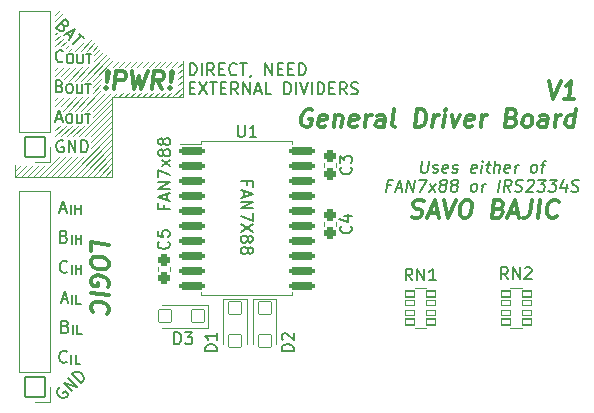
<source format=gto>
G04 #@! TF.GenerationSoftware,KiCad,Pcbnew,6.0.1-79c1e3a40b~116~ubuntu21.04.1*
G04 #@! TF.CreationDate,2022-02-15T19:11:40-05:00*
G04 #@! TF.ProjectId,ESC_driver,4553435f-6472-4697-9665-722e6b696361,rev?*
G04 #@! TF.SameCoordinates,Original*
G04 #@! TF.FileFunction,Legend,Top*
G04 #@! TF.FilePolarity,Positive*
%FSLAX46Y46*%
G04 Gerber Fmt 4.6, Leading zero omitted, Abs format (unit mm)*
G04 Created by KiCad (PCBNEW 6.0.1-79c1e3a40b~116~ubuntu21.04.1) date 2022-02-15 19:11:40*
%MOMM*%
%LPD*%
G01*
G04 APERTURE LIST*
G04 Aperture macros list*
%AMRoundRect*
0 Rectangle with rounded corners*
0 $1 Rounding radius*
0 $2 $3 $4 $5 $6 $7 $8 $9 X,Y pos of 4 corners*
0 Add a 4 corners polygon primitive as box body*
4,1,4,$2,$3,$4,$5,$6,$7,$8,$9,$2,$3,0*
0 Add four circle primitives for the rounded corners*
1,1,$1+$1,$2,$3*
1,1,$1+$1,$4,$5*
1,1,$1+$1,$6,$7*
1,1,$1+$1,$8,$9*
0 Add four rect primitives between the rounded corners*
20,1,$1+$1,$2,$3,$4,$5,0*
20,1,$1+$1,$4,$5,$6,$7,0*
20,1,$1+$1,$6,$7,$8,$9,0*
20,1,$1+$1,$8,$9,$2,$3,0*%
G04 Aperture macros list end*
%ADD10C,0.120000*%
%ADD11C,0.150000*%
%ADD12C,0.300000*%
%ADD13RoundRect,0.268750X-0.256250X0.218750X-0.256250X-0.218750X0.256250X-0.218750X0.256250X0.218750X0*%
%ADD14RoundRect,0.268750X0.256250X-0.218750X0.256250X0.218750X-0.256250X0.218750X-0.256250X-0.218750X0*%
%ADD15RoundRect,0.050000X-0.550000X0.550000X-0.550000X-0.550000X0.550000X-0.550000X0.550000X0.550000X0*%
%ADD16RoundRect,0.050000X0.550000X0.550000X-0.550000X0.550000X-0.550000X-0.550000X0.550000X-0.550000X0*%
%ADD17RoundRect,0.050000X-0.400000X-0.250000X0.400000X-0.250000X0.400000X0.250000X-0.400000X0.250000X0*%
%ADD18RoundRect,0.050000X-0.400000X-0.200000X0.400000X-0.200000X0.400000X0.200000X-0.400000X0.200000X0*%
%ADD19RoundRect,0.050000X0.400000X0.250000X-0.400000X0.250000X-0.400000X-0.250000X0.400000X-0.250000X0*%
%ADD20RoundRect,0.050000X0.400000X0.200000X-0.400000X0.200000X-0.400000X-0.200000X0.400000X-0.200000X0*%
%ADD21RoundRect,0.200000X-0.875000X-0.150000X0.875000X-0.150000X0.875000X0.150000X-0.875000X0.150000X0*%
%ADD22RoundRect,0.050000X0.850000X0.850000X-0.850000X0.850000X-0.850000X-0.850000X0.850000X-0.850000X0*%
%ADD23O,1.800000X1.800000*%
G04 APERTURE END LIST*
D10*
X98933000Y-135255000D02*
X99695000Y-134493000D01*
X101981000Y-138303000D02*
X103759000Y-136525000D01*
X99187000Y-134493000D02*
X98933000Y-134747000D01*
X101600000Y-135636000D02*
X103124000Y-134112000D01*
X96520000Y-141224000D02*
X97536000Y-140208000D01*
X102108000Y-133096000D02*
X103759000Y-131445000D01*
X105815000Y-131953000D02*
X106323000Y-131445000D01*
X100584000Y-130556000D02*
X101346000Y-129794000D01*
X100838000Y-136906000D02*
X99949000Y-137795000D01*
X109347000Y-133477000D02*
X109728000Y-133096000D01*
X104807000Y-131953000D02*
X105315000Y-131445000D01*
X102235000Y-131445000D02*
X102997000Y-130683000D01*
X95504000Y-140208000D02*
X95504000Y-140716000D01*
X107831000Y-131953000D02*
X108339000Y-131445000D01*
X102108000Y-136144000D02*
X104140000Y-134112000D01*
X103759000Y-137033000D02*
X101981000Y-138811000D01*
X104303000Y-131953000D02*
X104811000Y-131445000D01*
X103124000Y-141224000D02*
X103759000Y-140589000D01*
X100330000Y-136906000D02*
X99441000Y-137795000D01*
X102108000Y-130556000D02*
X102489000Y-130175000D01*
X100076000Y-130556000D02*
X100330000Y-130302000D01*
X102235000Y-129921000D02*
X101600000Y-130556000D01*
X103759000Y-140081000D02*
X102616000Y-141224000D01*
X105283000Y-134493000D02*
X105664000Y-134112000D01*
X101346000Y-139446000D02*
X99568000Y-141224000D01*
X100076000Y-141224000D02*
X103759000Y-137541000D01*
X104775000Y-134493000D02*
X105156000Y-134112000D01*
X99822000Y-130302000D02*
X100076000Y-130048000D01*
X105311000Y-131953000D02*
X105819000Y-131445000D01*
X99314000Y-136906000D02*
X98933000Y-137287000D01*
X108839000Y-134493000D02*
X109728000Y-133604000D01*
X109347000Y-132461000D02*
X109728000Y-132080000D01*
X101981000Y-137795000D02*
X103759000Y-136017000D01*
X101219000Y-131953000D02*
X100076000Y-133096000D01*
X106807000Y-134493000D02*
X107188000Y-134112000D01*
X109347000Y-131953000D02*
X109728000Y-131572000D01*
X106299000Y-134493000D02*
X106680000Y-134112000D01*
X107823000Y-134493000D02*
X108204000Y-134112000D01*
X99695000Y-132969000D02*
X100711000Y-131953000D01*
X103759000Y-139573000D02*
X102108000Y-141224000D01*
X102108000Y-133604000D02*
X102870000Y-132842000D01*
X99187000Y-131953000D02*
X98933000Y-132207000D01*
X99822000Y-139446000D02*
X98044000Y-141224000D01*
X99568000Y-135636000D02*
X100711000Y-134493000D01*
X100457000Y-137795000D02*
X101346000Y-136906000D01*
X103759000Y-134493000D02*
X109728000Y-134493000D01*
X100330000Y-139446000D02*
X98552000Y-141224000D01*
X100965000Y-137795000D02*
X103759000Y-135001000D01*
X102743000Y-130429000D02*
X102235000Y-130937000D01*
X103251000Y-130937000D02*
X101092000Y-133096000D01*
X109728000Y-134493000D02*
X109728000Y-131445000D01*
X99441000Y-130175000D02*
X99822000Y-129794000D01*
X103759000Y-139065000D02*
X101600000Y-141224000D01*
X108331000Y-134493000D02*
X108712000Y-134112000D01*
X109347000Y-132969000D02*
X109728000Y-132588000D01*
X103799000Y-131953000D02*
X104307000Y-131445000D01*
X98044000Y-140208000D02*
X97028000Y-141224000D01*
X99314000Y-139446000D02*
X97536000Y-141224000D01*
X100203000Y-134493000D02*
X99441000Y-135255000D01*
X101219000Y-134493000D02*
X100076000Y-135636000D01*
X103759000Y-138049000D02*
X100584000Y-141224000D01*
X98933000Y-132715000D02*
X99695000Y-131953000D01*
X96012000Y-140208000D02*
X95504000Y-140716000D01*
X98933000Y-127508000D02*
X99314000Y-127127000D01*
X101600000Y-133096000D02*
X103505000Y-131191000D01*
X108335000Y-131953000D02*
X108843000Y-131445000D01*
X105791000Y-134493000D02*
X106172000Y-134112000D01*
X103759000Y-140589000D02*
X103759000Y-140081000D01*
X95504000Y-140716000D02*
X95504000Y-141224000D01*
X100584000Y-135636000D02*
X101727000Y-134493000D01*
X100838000Y-139446000D02*
X99060000Y-141224000D01*
X101092000Y-135636000D02*
X102743000Y-133985000D01*
X98933000Y-130175000D02*
X99568000Y-129540000D01*
X102108000Y-135636000D02*
X103632000Y-134112000D01*
X109347000Y-134493000D02*
X109728000Y-134112000D01*
X106319000Y-131953000D02*
X106827000Y-131445000D01*
X103759000Y-141224000D02*
X103759000Y-134493000D01*
X102616000Y-141224000D02*
X102235000Y-141224000D01*
X100203000Y-131953000D02*
X99441000Y-132715000D01*
X95504000Y-141224000D02*
X103759000Y-141224000D01*
X98933000Y-129159000D02*
X99060000Y-129032000D01*
X99822000Y-136906000D02*
X98933000Y-137795000D01*
X98933000Y-129667000D02*
X99314000Y-129286000D01*
X101092000Y-130556000D02*
X101981000Y-129667000D01*
X104267000Y-134493000D02*
X104648000Y-134112000D01*
X106823000Y-131953000D02*
X107331000Y-131445000D01*
X107315000Y-134493000D02*
X107696000Y-134112000D01*
X100584000Y-133096000D02*
X101727000Y-131953000D01*
X96520000Y-140208000D02*
X95504000Y-141224000D01*
X108839000Y-131953000D02*
X109347000Y-131445000D01*
X97028000Y-140208000D02*
X96012000Y-141224000D01*
X98933000Y-128016000D02*
X99568000Y-127381000D01*
X101092000Y-141224000D02*
X103759000Y-138557000D01*
X101473000Y-137795000D02*
X103759000Y-135509000D01*
X102108000Y-134112000D02*
X102743000Y-133477000D01*
X107327000Y-131953000D02*
X107835000Y-131445000D01*
D11*
X99278571Y-133532571D02*
X99421428Y-133580190D01*
X99469047Y-133627809D01*
X99516666Y-133723047D01*
X99516666Y-133865904D01*
X99469047Y-133961142D01*
X99421428Y-134008761D01*
X99326190Y-134056380D01*
X98945238Y-134056380D01*
X98945238Y-133056380D01*
X99278571Y-133056380D01*
X99373809Y-133104000D01*
X99421428Y-133151619D01*
X99469047Y-133246857D01*
X99469047Y-133342095D01*
X99421428Y-133437333D01*
X99373809Y-133484952D01*
X99278571Y-133532571D01*
X98945238Y-133532571D01*
X100050000Y-133365904D02*
X100202380Y-133365904D01*
X100278571Y-133404000D01*
X100354761Y-133480190D01*
X100392857Y-133632571D01*
X100392857Y-133899238D01*
X100354761Y-134051619D01*
X100278571Y-134127809D01*
X100202380Y-134165904D01*
X100050000Y-134165904D01*
X99973809Y-134127809D01*
X99897619Y-134051619D01*
X99859523Y-133899238D01*
X99859523Y-133632571D01*
X99897619Y-133480190D01*
X99973809Y-133404000D01*
X100050000Y-133365904D01*
X100735714Y-133365904D02*
X100735714Y-134013523D01*
X100773809Y-134089714D01*
X100811904Y-134127809D01*
X100888095Y-134165904D01*
X101040476Y-134165904D01*
X101116666Y-134127809D01*
X101154761Y-134089714D01*
X101192857Y-134013523D01*
X101192857Y-133365904D01*
X101459523Y-133365904D02*
X101916666Y-133365904D01*
X101688095Y-134165904D02*
X101688095Y-133365904D01*
X99891238Y-156866142D02*
X99843619Y-156913761D01*
X99700761Y-156961380D01*
X99605523Y-156961380D01*
X99462666Y-156913761D01*
X99367428Y-156818523D01*
X99319809Y-156723285D01*
X99272190Y-156532809D01*
X99272190Y-156389952D01*
X99319809Y-156199476D01*
X99367428Y-156104238D01*
X99462666Y-156009000D01*
X99605523Y-155961380D01*
X99700761Y-155961380D01*
X99843619Y-156009000D01*
X99891238Y-156056619D01*
X100272190Y-157070904D02*
X100272190Y-156270904D01*
X101034095Y-157070904D02*
X100653142Y-157070904D01*
X100653142Y-156270904D01*
X99588095Y-138184000D02*
X99492857Y-138136380D01*
X99350000Y-138136380D01*
X99207142Y-138184000D01*
X99111904Y-138279238D01*
X99064285Y-138374476D01*
X99016666Y-138564952D01*
X99016666Y-138707809D01*
X99064285Y-138898285D01*
X99111904Y-138993523D01*
X99207142Y-139088761D01*
X99350000Y-139136380D01*
X99445238Y-139136380D01*
X99588095Y-139088761D01*
X99635714Y-139041142D01*
X99635714Y-138707809D01*
X99445238Y-138707809D01*
X100064285Y-139136380D02*
X100064285Y-138136380D01*
X100635714Y-139136380D01*
X100635714Y-138136380D01*
X101111904Y-139136380D02*
X101111904Y-138136380D01*
X101350000Y-138136380D01*
X101492857Y-138184000D01*
X101588095Y-138279238D01*
X101635714Y-138374476D01*
X101683333Y-138564952D01*
X101683333Y-138707809D01*
X101635714Y-138898285D01*
X101588095Y-138993523D01*
X101492857Y-139088761D01*
X101350000Y-139136380D01*
X101111904Y-139136380D01*
X99029055Y-136310666D02*
X99505246Y-136310666D01*
X98933817Y-136596380D02*
X99267150Y-135596380D01*
X99600484Y-136596380D01*
X100038579Y-135905904D02*
X100190960Y-135905904D01*
X100267150Y-135944000D01*
X100343341Y-136020190D01*
X100381436Y-136172571D01*
X100381436Y-136439238D01*
X100343341Y-136591619D01*
X100267150Y-136667809D01*
X100190960Y-136705904D01*
X100038579Y-136705904D01*
X99962388Y-136667809D01*
X99886198Y-136591619D01*
X99848103Y-136439238D01*
X99848103Y-136172571D01*
X99886198Y-136020190D01*
X99962388Y-135944000D01*
X100038579Y-135905904D01*
X100724293Y-135905904D02*
X100724293Y-136553523D01*
X100762388Y-136629714D01*
X100800484Y-136667809D01*
X100876674Y-136705904D01*
X101029055Y-136705904D01*
X101105246Y-136667809D01*
X101143341Y-136629714D01*
X101181436Y-136553523D01*
X101181436Y-135905904D01*
X101448103Y-135905904D02*
X101905246Y-135905904D01*
X101676674Y-136705904D02*
X101676674Y-135905904D01*
X110317595Y-132616380D02*
X110317595Y-131616380D01*
X110555690Y-131616380D01*
X110698547Y-131664000D01*
X110793785Y-131759238D01*
X110841404Y-131854476D01*
X110889023Y-132044952D01*
X110889023Y-132187809D01*
X110841404Y-132378285D01*
X110793785Y-132473523D01*
X110698547Y-132568761D01*
X110555690Y-132616380D01*
X110317595Y-132616380D01*
X111317595Y-132616380D02*
X111317595Y-131616380D01*
X112365214Y-132616380D02*
X112031880Y-132140190D01*
X111793785Y-132616380D02*
X111793785Y-131616380D01*
X112174738Y-131616380D01*
X112269976Y-131664000D01*
X112317595Y-131711619D01*
X112365214Y-131806857D01*
X112365214Y-131949714D01*
X112317595Y-132044952D01*
X112269976Y-132092571D01*
X112174738Y-132140190D01*
X111793785Y-132140190D01*
X112793785Y-132092571D02*
X113127119Y-132092571D01*
X113269976Y-132616380D02*
X112793785Y-132616380D01*
X112793785Y-131616380D01*
X113269976Y-131616380D01*
X114269976Y-132521142D02*
X114222357Y-132568761D01*
X114079500Y-132616380D01*
X113984261Y-132616380D01*
X113841404Y-132568761D01*
X113746166Y-132473523D01*
X113698547Y-132378285D01*
X113650928Y-132187809D01*
X113650928Y-132044952D01*
X113698547Y-131854476D01*
X113746166Y-131759238D01*
X113841404Y-131664000D01*
X113984261Y-131616380D01*
X114079500Y-131616380D01*
X114222357Y-131664000D01*
X114269976Y-131711619D01*
X114555690Y-131616380D02*
X115127119Y-131616380D01*
X114841404Y-132616380D02*
X114841404Y-131616380D01*
X115508071Y-132568761D02*
X115508071Y-132616380D01*
X115460452Y-132711619D01*
X115412833Y-132759238D01*
X116698547Y-132616380D02*
X116698547Y-131616380D01*
X117269976Y-132616380D01*
X117269976Y-131616380D01*
X117746166Y-132092571D02*
X118079500Y-132092571D01*
X118222357Y-132616380D02*
X117746166Y-132616380D01*
X117746166Y-131616380D01*
X118222357Y-131616380D01*
X118650928Y-132092571D02*
X118984261Y-132092571D01*
X119127119Y-132616380D02*
X118650928Y-132616380D01*
X118650928Y-131616380D01*
X119127119Y-131616380D01*
X119555690Y-132616380D02*
X119555690Y-131616380D01*
X119793785Y-131616380D01*
X119936642Y-131664000D01*
X120031880Y-131759238D01*
X120079500Y-131854476D01*
X120127119Y-132044952D01*
X120127119Y-132187809D01*
X120079500Y-132378285D01*
X120031880Y-132473523D01*
X119936642Y-132568761D01*
X119793785Y-132616380D01*
X119555690Y-132616380D01*
X110317595Y-133702571D02*
X110650928Y-133702571D01*
X110793785Y-134226380D02*
X110317595Y-134226380D01*
X110317595Y-133226380D01*
X110793785Y-133226380D01*
X111127119Y-133226380D02*
X111793785Y-134226380D01*
X111793785Y-133226380D02*
X111127119Y-134226380D01*
X112031880Y-133226380D02*
X112603309Y-133226380D01*
X112317595Y-134226380D02*
X112317595Y-133226380D01*
X112936642Y-133702571D02*
X113269976Y-133702571D01*
X113412833Y-134226380D02*
X112936642Y-134226380D01*
X112936642Y-133226380D01*
X113412833Y-133226380D01*
X114412833Y-134226380D02*
X114079500Y-133750190D01*
X113841404Y-134226380D02*
X113841404Y-133226380D01*
X114222357Y-133226380D01*
X114317595Y-133274000D01*
X114365214Y-133321619D01*
X114412833Y-133416857D01*
X114412833Y-133559714D01*
X114365214Y-133654952D01*
X114317595Y-133702571D01*
X114222357Y-133750190D01*
X113841404Y-133750190D01*
X114841404Y-134226380D02*
X114841404Y-133226380D01*
X115412833Y-134226380D01*
X115412833Y-133226380D01*
X115841404Y-133940666D02*
X116317595Y-133940666D01*
X115746166Y-134226380D02*
X116079500Y-133226380D01*
X116412833Y-134226380D01*
X117222357Y-134226380D02*
X116746166Y-134226380D01*
X116746166Y-133226380D01*
X118317595Y-134226380D02*
X118317595Y-133226380D01*
X118555690Y-133226380D01*
X118698547Y-133274000D01*
X118793785Y-133369238D01*
X118841404Y-133464476D01*
X118889023Y-133654952D01*
X118889023Y-133797809D01*
X118841404Y-133988285D01*
X118793785Y-134083523D01*
X118698547Y-134178761D01*
X118555690Y-134226380D01*
X118317595Y-134226380D01*
X119317595Y-134226380D02*
X119317595Y-133226380D01*
X119650928Y-133226380D02*
X119984261Y-134226380D01*
X120317595Y-133226380D01*
X120650928Y-134226380D02*
X120650928Y-133226380D01*
X121127119Y-134226380D02*
X121127119Y-133226380D01*
X121365214Y-133226380D01*
X121508071Y-133274000D01*
X121603309Y-133369238D01*
X121650928Y-133464476D01*
X121698547Y-133654952D01*
X121698547Y-133797809D01*
X121650928Y-133988285D01*
X121603309Y-134083523D01*
X121508071Y-134178761D01*
X121365214Y-134226380D01*
X121127119Y-134226380D01*
X122127119Y-133702571D02*
X122460452Y-133702571D01*
X122603309Y-134226380D02*
X122127119Y-134226380D01*
X122127119Y-133226380D01*
X122603309Y-133226380D01*
X123603309Y-134226380D02*
X123269976Y-133750190D01*
X123031880Y-134226380D02*
X123031880Y-133226380D01*
X123412833Y-133226380D01*
X123508071Y-133274000D01*
X123555690Y-133321619D01*
X123603309Y-133416857D01*
X123603309Y-133559714D01*
X123555690Y-133654952D01*
X123508071Y-133702571D01*
X123412833Y-133750190D01*
X123031880Y-133750190D01*
X123984261Y-134178761D02*
X124127119Y-134226380D01*
X124365214Y-134226380D01*
X124460452Y-134178761D01*
X124508071Y-134131142D01*
X124555690Y-134035904D01*
X124555690Y-133940666D01*
X124508071Y-133845428D01*
X124460452Y-133797809D01*
X124365214Y-133750190D01*
X124174738Y-133702571D01*
X124079500Y-133654952D01*
X124031880Y-133607333D01*
X123984261Y-133512095D01*
X123984261Y-133416857D01*
X124031880Y-133321619D01*
X124079500Y-133274000D01*
X124174738Y-133226380D01*
X124412833Y-133226380D01*
X124555690Y-133274000D01*
X99780142Y-153897571D02*
X99923000Y-153945190D01*
X99970619Y-153992809D01*
X100018238Y-154088047D01*
X100018238Y-154230904D01*
X99970619Y-154326142D01*
X99923000Y-154373761D01*
X99827761Y-154421380D01*
X99446809Y-154421380D01*
X99446809Y-153421380D01*
X99780142Y-153421380D01*
X99875380Y-153469000D01*
X99923000Y-153516619D01*
X99970619Y-153611857D01*
X99970619Y-153707095D01*
X99923000Y-153802333D01*
X99875380Y-153849952D01*
X99780142Y-153897571D01*
X99446809Y-153897571D01*
X100399190Y-154530904D02*
X100399190Y-153730904D01*
X101161095Y-154530904D02*
X100780142Y-154530904D01*
X100780142Y-153730904D01*
D12*
X140765125Y-133099071D02*
X141077625Y-134599071D01*
X141765125Y-133099071D01*
X142863339Y-134599071D02*
X142006196Y-134599071D01*
X142434767Y-134599071D02*
X142622267Y-133099071D01*
X142452625Y-133313357D01*
X142291910Y-133456214D01*
X142140125Y-133527642D01*
X120684767Y-135585500D02*
X120550839Y-135514071D01*
X120336553Y-135514071D01*
X120113339Y-135585500D01*
X119952625Y-135728357D01*
X119863339Y-135871214D01*
X119756196Y-136156928D01*
X119729410Y-136371214D01*
X119765125Y-136656928D01*
X119818696Y-136799785D01*
X119943696Y-136942642D01*
X120149053Y-137014071D01*
X120291910Y-137014071D01*
X120515125Y-136942642D01*
X120595482Y-136871214D01*
X120657982Y-136371214D01*
X120372267Y-136371214D01*
X121800839Y-136942642D02*
X121649053Y-137014071D01*
X121363339Y-137014071D01*
X121229410Y-136942642D01*
X121175839Y-136799785D01*
X121247267Y-136228357D01*
X121336553Y-136085500D01*
X121488339Y-136014071D01*
X121774053Y-136014071D01*
X121907982Y-136085500D01*
X121961553Y-136228357D01*
X121943696Y-136371214D01*
X121211553Y-136514071D01*
X122631196Y-136014071D02*
X122506196Y-137014071D01*
X122613339Y-136156928D02*
X122693696Y-136085500D01*
X122845482Y-136014071D01*
X123059767Y-136014071D01*
X123193696Y-136085500D01*
X123247267Y-136228357D01*
X123149053Y-137014071D01*
X124443696Y-136942642D02*
X124291910Y-137014071D01*
X124006196Y-137014071D01*
X123872267Y-136942642D01*
X123818696Y-136799785D01*
X123890125Y-136228357D01*
X123979410Y-136085500D01*
X124131196Y-136014071D01*
X124416910Y-136014071D01*
X124550839Y-136085500D01*
X124604410Y-136228357D01*
X124586553Y-136371214D01*
X123854410Y-136514071D01*
X125149053Y-137014071D02*
X125274053Y-136014071D01*
X125238339Y-136299785D02*
X125327625Y-136156928D01*
X125407982Y-136085500D01*
X125559767Y-136014071D01*
X125702625Y-136014071D01*
X126720482Y-137014071D02*
X126818696Y-136228357D01*
X126765125Y-136085500D01*
X126631196Y-136014071D01*
X126345482Y-136014071D01*
X126193696Y-136085500D01*
X126729410Y-136942642D02*
X126577625Y-137014071D01*
X126220482Y-137014071D01*
X126086553Y-136942642D01*
X126032982Y-136799785D01*
X126050839Y-136656928D01*
X126140125Y-136514071D01*
X126291910Y-136442642D01*
X126649053Y-136442642D01*
X126800839Y-136371214D01*
X127649053Y-137014071D02*
X127515125Y-136942642D01*
X127461553Y-136799785D01*
X127622267Y-135514071D01*
X129363339Y-137014071D02*
X129550839Y-135514071D01*
X129907982Y-135514071D01*
X130113339Y-135585500D01*
X130238339Y-135728357D01*
X130291910Y-135871214D01*
X130327625Y-136156928D01*
X130300839Y-136371214D01*
X130193696Y-136656928D01*
X130104410Y-136799785D01*
X129943696Y-136942642D01*
X129720482Y-137014071D01*
X129363339Y-137014071D01*
X130863339Y-137014071D02*
X130988339Y-136014071D01*
X130952625Y-136299785D02*
X131041910Y-136156928D01*
X131122267Y-136085500D01*
X131274053Y-136014071D01*
X131416910Y-136014071D01*
X131791910Y-137014071D02*
X131916910Y-136014071D01*
X131979410Y-135514071D02*
X131899053Y-135585500D01*
X131961553Y-135656928D01*
X132041910Y-135585500D01*
X131979410Y-135514071D01*
X131961553Y-135656928D01*
X132488339Y-136014071D02*
X132720482Y-137014071D01*
X133202625Y-136014071D01*
X134229410Y-136942642D02*
X134077625Y-137014071D01*
X133791910Y-137014071D01*
X133657982Y-136942642D01*
X133604410Y-136799785D01*
X133675839Y-136228357D01*
X133765125Y-136085500D01*
X133916910Y-136014071D01*
X134202625Y-136014071D01*
X134336553Y-136085500D01*
X134390125Y-136228357D01*
X134372267Y-136371214D01*
X133640125Y-136514071D01*
X134934767Y-137014071D02*
X135059767Y-136014071D01*
X135024053Y-136299785D02*
X135113339Y-136156928D01*
X135193696Y-136085500D01*
X135345482Y-136014071D01*
X135488339Y-136014071D01*
X137604410Y-136228357D02*
X137809767Y-136299785D01*
X137872267Y-136371214D01*
X137925839Y-136514071D01*
X137899053Y-136728357D01*
X137809767Y-136871214D01*
X137729410Y-136942642D01*
X137577625Y-137014071D01*
X137006196Y-137014071D01*
X137193696Y-135514071D01*
X137693696Y-135514071D01*
X137827625Y-135585500D01*
X137890125Y-135656928D01*
X137943696Y-135799785D01*
X137925839Y-135942642D01*
X137836553Y-136085500D01*
X137756196Y-136156928D01*
X137604410Y-136228357D01*
X137104410Y-136228357D01*
X138720482Y-137014071D02*
X138586553Y-136942642D01*
X138524053Y-136871214D01*
X138470482Y-136728357D01*
X138524053Y-136299785D01*
X138613339Y-136156928D01*
X138693696Y-136085500D01*
X138845482Y-136014071D01*
X139059767Y-136014071D01*
X139193696Y-136085500D01*
X139256196Y-136156928D01*
X139309767Y-136299785D01*
X139256196Y-136728357D01*
X139166910Y-136871214D01*
X139086553Y-136942642D01*
X138934767Y-137014071D01*
X138720482Y-137014071D01*
X140506196Y-137014071D02*
X140604410Y-136228357D01*
X140550839Y-136085500D01*
X140416910Y-136014071D01*
X140131196Y-136014071D01*
X139979410Y-136085500D01*
X140515125Y-136942642D02*
X140363339Y-137014071D01*
X140006196Y-137014071D01*
X139872267Y-136942642D01*
X139818696Y-136799785D01*
X139836553Y-136656928D01*
X139925839Y-136514071D01*
X140077625Y-136442642D01*
X140434767Y-136442642D01*
X140586553Y-136371214D01*
X141220482Y-137014071D02*
X141345482Y-136014071D01*
X141309767Y-136299785D02*
X141399053Y-136156928D01*
X141479410Y-136085500D01*
X141631196Y-136014071D01*
X141774053Y-136014071D01*
X142791910Y-137014071D02*
X142979410Y-135514071D01*
X142800839Y-136942642D02*
X142649053Y-137014071D01*
X142363339Y-137014071D01*
X142229410Y-136942642D01*
X142166910Y-136871214D01*
X142113339Y-136728357D01*
X142166910Y-136299785D01*
X142256196Y-136156928D01*
X142336553Y-136085500D01*
X142488339Y-136014071D01*
X142774053Y-136014071D01*
X142907982Y-136085500D01*
D11*
X99470619Y-151595666D02*
X99946809Y-151595666D01*
X99375380Y-151881380D02*
X99708714Y-150881380D01*
X100042047Y-151881380D01*
X100327761Y-151990904D02*
X100327761Y-151190904D01*
X101089666Y-151990904D02*
X100708714Y-151990904D01*
X100708714Y-151190904D01*
X115153428Y-141938714D02*
X115153428Y-141605380D01*
X114629619Y-141605380D02*
X115629619Y-141605380D01*
X115629619Y-142081571D01*
X114915333Y-142414904D02*
X114915333Y-142891095D01*
X114629619Y-142319666D02*
X115629619Y-142653000D01*
X114629619Y-142986333D01*
X114629619Y-143319666D02*
X115629619Y-143319666D01*
X114629619Y-143891095D01*
X115629619Y-143891095D01*
X115629619Y-144272047D02*
X115629619Y-144938714D01*
X114629619Y-144510142D01*
X115629619Y-145224428D02*
X114629619Y-145891095D01*
X115629619Y-145891095D02*
X114629619Y-145224428D01*
X115201047Y-146414904D02*
X115248666Y-146319666D01*
X115296285Y-146272047D01*
X115391523Y-146224428D01*
X115439142Y-146224428D01*
X115534380Y-146272047D01*
X115582000Y-146319666D01*
X115629619Y-146414904D01*
X115629619Y-146605380D01*
X115582000Y-146700619D01*
X115534380Y-146748238D01*
X115439142Y-146795857D01*
X115391523Y-146795857D01*
X115296285Y-146748238D01*
X115248666Y-146700619D01*
X115201047Y-146605380D01*
X115201047Y-146414904D01*
X115153428Y-146319666D01*
X115105809Y-146272047D01*
X115010571Y-146224428D01*
X114820095Y-146224428D01*
X114724857Y-146272047D01*
X114677238Y-146319666D01*
X114629619Y-146414904D01*
X114629619Y-146605380D01*
X114677238Y-146700619D01*
X114724857Y-146748238D01*
X114820095Y-146795857D01*
X115010571Y-146795857D01*
X115105809Y-146748238D01*
X115153428Y-146700619D01*
X115201047Y-146605380D01*
X115201047Y-147367285D02*
X115248666Y-147272047D01*
X115296285Y-147224428D01*
X115391523Y-147176809D01*
X115439142Y-147176809D01*
X115534380Y-147224428D01*
X115582000Y-147272047D01*
X115629619Y-147367285D01*
X115629619Y-147557761D01*
X115582000Y-147653000D01*
X115534380Y-147700619D01*
X115439142Y-147748238D01*
X115391523Y-147748238D01*
X115296285Y-147700619D01*
X115248666Y-147653000D01*
X115201047Y-147557761D01*
X115201047Y-147367285D01*
X115153428Y-147272047D01*
X115105809Y-147224428D01*
X115010571Y-147176809D01*
X114820095Y-147176809D01*
X114724857Y-147224428D01*
X114677238Y-147272047D01*
X114629619Y-147367285D01*
X114629619Y-147557761D01*
X114677238Y-147653000D01*
X114724857Y-147700619D01*
X114820095Y-147748238D01*
X115010571Y-147748238D01*
X115105809Y-147700619D01*
X115153428Y-147653000D01*
X115201047Y-147557761D01*
X99624595Y-128459580D02*
X99691938Y-128594267D01*
X99691938Y-128661610D01*
X99658267Y-128762625D01*
X99557251Y-128863641D01*
X99456236Y-128897312D01*
X99388893Y-128897312D01*
X99287877Y-128863641D01*
X99018503Y-128594267D01*
X99725610Y-127887160D01*
X99961312Y-128122862D01*
X99994984Y-128223877D01*
X99994984Y-128291221D01*
X99961312Y-128392236D01*
X99893969Y-128459580D01*
X99792954Y-128493251D01*
X99725610Y-128493251D01*
X99624595Y-128459580D01*
X99388893Y-128223877D01*
X99893969Y-129065671D02*
X100230687Y-129402389D01*
X99624595Y-129200358D02*
X100567404Y-128728954D01*
X100096000Y-129671763D01*
X100937793Y-129099343D02*
X101341854Y-129503404D01*
X100432717Y-130008480D02*
X101139824Y-129301374D01*
X99330698Y-159062194D02*
X99229683Y-159095866D01*
X99128668Y-159196881D01*
X99061324Y-159331568D01*
X99061324Y-159466255D01*
X99094996Y-159567270D01*
X99196011Y-159735629D01*
X99297026Y-159836644D01*
X99465385Y-159937660D01*
X99566400Y-159971331D01*
X99701087Y-159971331D01*
X99835774Y-159903988D01*
X99903118Y-159836644D01*
X99970461Y-159701957D01*
X99970461Y-159634614D01*
X99734759Y-159398912D01*
X99600072Y-159533599D01*
X100340851Y-159398912D02*
X99633744Y-158691805D01*
X100744912Y-158994851D01*
X100037805Y-158287744D01*
X101081629Y-158658133D02*
X100374522Y-157951026D01*
X100542881Y-157782668D01*
X100677568Y-157715324D01*
X100812255Y-157715324D01*
X100913270Y-157748996D01*
X101081629Y-157850011D01*
X101182644Y-157951026D01*
X101283660Y-158119385D01*
X101317331Y-158220400D01*
X101317331Y-158355087D01*
X101249988Y-158489774D01*
X101081629Y-158658133D01*
D12*
X101937428Y-147499482D02*
X101937428Y-146785196D01*
X103437428Y-146972696D01*
X103437428Y-148472696D02*
X103437428Y-148758410D01*
X103366000Y-148892339D01*
X103223142Y-149017339D01*
X102937428Y-149053053D01*
X102437428Y-148990553D01*
X102151714Y-148883410D01*
X102008857Y-148722696D01*
X101937428Y-148570910D01*
X101937428Y-148285196D01*
X102008857Y-148151267D01*
X102151714Y-148026267D01*
X102437428Y-147990553D01*
X102937428Y-148053053D01*
X103223142Y-148160196D01*
X103366000Y-148320910D01*
X103437428Y-148472696D01*
X103366000Y-150535196D02*
X103437428Y-150401267D01*
X103437428Y-150186982D01*
X103366000Y-149963767D01*
X103223142Y-149803053D01*
X103080285Y-149713767D01*
X102794571Y-149606625D01*
X102580285Y-149579839D01*
X102294571Y-149615553D01*
X102151714Y-149669125D01*
X102008857Y-149794125D01*
X101937428Y-149999482D01*
X101937428Y-150142339D01*
X102008857Y-150365553D01*
X102080285Y-150445910D01*
X102580285Y-150508410D01*
X102580285Y-150222696D01*
X101937428Y-151070910D02*
X103437428Y-151258410D01*
X102080285Y-152660196D02*
X102008857Y-152579839D01*
X101937428Y-152356625D01*
X101937428Y-152213767D01*
X102008857Y-152008410D01*
X102151714Y-151883410D01*
X102294571Y-151829839D01*
X102580285Y-151794125D01*
X102794571Y-151820910D01*
X103080285Y-151928053D01*
X103223142Y-152017339D01*
X103366000Y-152178053D01*
X103437428Y-152401267D01*
X103437428Y-152544125D01*
X103366000Y-152749482D01*
X103294571Y-152811982D01*
D11*
X99375380Y-143975666D02*
X99851571Y-143975666D01*
X99280142Y-144261380D02*
X99613476Y-143261380D01*
X99946809Y-144261380D01*
X100232523Y-144370904D02*
X100232523Y-143570904D01*
X100613476Y-144370904D02*
X100613476Y-143570904D01*
X100613476Y-143951857D02*
X101070619Y-143951857D01*
X101070619Y-144370904D02*
X101070619Y-143570904D01*
X99923000Y-149246142D02*
X99875380Y-149293761D01*
X99732523Y-149341380D01*
X99637285Y-149341380D01*
X99494428Y-149293761D01*
X99399190Y-149198523D01*
X99351571Y-149103285D01*
X99303952Y-148912809D01*
X99303952Y-148769952D01*
X99351571Y-148579476D01*
X99399190Y-148484238D01*
X99494428Y-148389000D01*
X99637285Y-148341380D01*
X99732523Y-148341380D01*
X99875380Y-148389000D01*
X99923000Y-148436619D01*
X100303952Y-149450904D02*
X100303952Y-148650904D01*
X100684904Y-149450904D02*
X100684904Y-148650904D01*
X100684904Y-149031857D02*
X101142047Y-149031857D01*
X101142047Y-149450904D02*
X101142047Y-148650904D01*
X99576674Y-131421142D02*
X99529055Y-131468761D01*
X99386198Y-131516380D01*
X99290960Y-131516380D01*
X99148103Y-131468761D01*
X99052865Y-131373523D01*
X99005246Y-131278285D01*
X98957627Y-131087809D01*
X98957627Y-130944952D01*
X99005246Y-130754476D01*
X99052865Y-130659238D01*
X99148103Y-130564000D01*
X99290960Y-130516380D01*
X99386198Y-130516380D01*
X99529055Y-130564000D01*
X99576674Y-130611619D01*
X100110008Y-130825904D02*
X100262388Y-130825904D01*
X100338579Y-130864000D01*
X100414769Y-130940190D01*
X100452865Y-131092571D01*
X100452865Y-131359238D01*
X100414769Y-131511619D01*
X100338579Y-131587809D01*
X100262388Y-131625904D01*
X100110008Y-131625904D01*
X100033817Y-131587809D01*
X99957627Y-131511619D01*
X99919531Y-131359238D01*
X99919531Y-131092571D01*
X99957627Y-130940190D01*
X100033817Y-130864000D01*
X100110008Y-130825904D01*
X100795722Y-130825904D02*
X100795722Y-131473523D01*
X100833817Y-131549714D01*
X100871912Y-131587809D01*
X100948103Y-131625904D01*
X101100484Y-131625904D01*
X101176674Y-131587809D01*
X101214769Y-131549714D01*
X101252865Y-131473523D01*
X101252865Y-130825904D01*
X101519531Y-130825904D02*
X101976674Y-130825904D01*
X101748103Y-131625904D02*
X101748103Y-130825904D01*
X108132571Y-143612857D02*
X108132571Y-143946190D01*
X108656380Y-143946190D02*
X107656380Y-143946190D01*
X107656380Y-143470000D01*
X108370666Y-143136666D02*
X108370666Y-142660476D01*
X108656380Y-143231904D02*
X107656380Y-142898571D01*
X108656380Y-142565238D01*
X108656380Y-142231904D02*
X107656380Y-142231904D01*
X108656380Y-141660476D01*
X107656380Y-141660476D01*
X107656380Y-141279523D02*
X107656380Y-140612857D01*
X108656380Y-141041428D01*
X108656380Y-140327142D02*
X107989714Y-139803333D01*
X107989714Y-140327142D02*
X108656380Y-139803333D01*
X108084952Y-139279523D02*
X108037333Y-139374761D01*
X107989714Y-139422380D01*
X107894476Y-139470000D01*
X107846857Y-139470000D01*
X107751619Y-139422380D01*
X107704000Y-139374761D01*
X107656380Y-139279523D01*
X107656380Y-139089047D01*
X107704000Y-138993809D01*
X107751619Y-138946190D01*
X107846857Y-138898571D01*
X107894476Y-138898571D01*
X107989714Y-138946190D01*
X108037333Y-138993809D01*
X108084952Y-139089047D01*
X108084952Y-139279523D01*
X108132571Y-139374761D01*
X108180190Y-139422380D01*
X108275428Y-139470000D01*
X108465904Y-139470000D01*
X108561142Y-139422380D01*
X108608761Y-139374761D01*
X108656380Y-139279523D01*
X108656380Y-139089047D01*
X108608761Y-138993809D01*
X108561142Y-138946190D01*
X108465904Y-138898571D01*
X108275428Y-138898571D01*
X108180190Y-138946190D01*
X108132571Y-138993809D01*
X108084952Y-139089047D01*
X108084952Y-138327142D02*
X108037333Y-138422380D01*
X107989714Y-138470000D01*
X107894476Y-138517619D01*
X107846857Y-138517619D01*
X107751619Y-138470000D01*
X107704000Y-138422380D01*
X107656380Y-138327142D01*
X107656380Y-138136666D01*
X107704000Y-138041428D01*
X107751619Y-137993809D01*
X107846857Y-137946190D01*
X107894476Y-137946190D01*
X107989714Y-137993809D01*
X108037333Y-138041428D01*
X108084952Y-138136666D01*
X108084952Y-138327142D01*
X108132571Y-138422380D01*
X108180190Y-138470000D01*
X108275428Y-138517619D01*
X108465904Y-138517619D01*
X108561142Y-138470000D01*
X108608761Y-138422380D01*
X108656380Y-138327142D01*
X108656380Y-138136666D01*
X108608761Y-138041428D01*
X108561142Y-137993809D01*
X108465904Y-137946190D01*
X108275428Y-137946190D01*
X108180190Y-137993809D01*
X108132571Y-138041428D01*
X108084952Y-138136666D01*
D12*
X103218196Y-133631714D02*
X103280696Y-133703142D01*
X103200339Y-133774571D01*
X103137839Y-133703142D01*
X103218196Y-133631714D01*
X103200339Y-133774571D01*
X103271767Y-133203142D02*
X103307482Y-132346000D01*
X103387839Y-132274571D01*
X103450339Y-132346000D01*
X103271767Y-133203142D01*
X103387839Y-132274571D01*
X103914625Y-133774571D02*
X104102125Y-132274571D01*
X104673553Y-132274571D01*
X104807482Y-132346000D01*
X104869982Y-132417428D01*
X104923553Y-132560285D01*
X104896767Y-132774571D01*
X104807482Y-132917428D01*
X104727125Y-132988857D01*
X104575339Y-133060285D01*
X104003910Y-133060285D01*
X105459267Y-132274571D02*
X105628910Y-133774571D01*
X106048553Y-132703142D01*
X106200339Y-133774571D01*
X106744982Y-132274571D01*
X107986053Y-133774571D02*
X107575339Y-133060285D01*
X107128910Y-133774571D02*
X107316410Y-132274571D01*
X107887839Y-132274571D01*
X108021767Y-132346000D01*
X108084267Y-132417428D01*
X108137839Y-132560285D01*
X108111053Y-132774571D01*
X108021767Y-132917428D01*
X107941410Y-132988857D01*
X107789625Y-133060285D01*
X107218196Y-133060285D01*
X108646767Y-133631714D02*
X108709267Y-133703142D01*
X108628910Y-133774571D01*
X108566410Y-133703142D01*
X108646767Y-133631714D01*
X108628910Y-133774571D01*
X108700339Y-133203142D02*
X108736053Y-132346000D01*
X108816410Y-132274571D01*
X108878910Y-132346000D01*
X108700339Y-133203142D01*
X108816410Y-132274571D01*
D11*
X99684904Y-146277571D02*
X99827761Y-146325190D01*
X99875380Y-146372809D01*
X99923000Y-146468047D01*
X99923000Y-146610904D01*
X99875380Y-146706142D01*
X99827761Y-146753761D01*
X99732523Y-146801380D01*
X99351571Y-146801380D01*
X99351571Y-145801380D01*
X99684904Y-145801380D01*
X99780142Y-145849000D01*
X99827761Y-145896619D01*
X99875380Y-145991857D01*
X99875380Y-146087095D01*
X99827761Y-146182333D01*
X99780142Y-146229952D01*
X99684904Y-146277571D01*
X99351571Y-146277571D01*
X100303952Y-146910904D02*
X100303952Y-146110904D01*
X100684904Y-146910904D02*
X100684904Y-146110904D01*
X100684904Y-146491857D02*
X101142047Y-146491857D01*
X101142047Y-146910904D02*
X101142047Y-146110904D01*
D12*
X129106062Y-144625142D02*
X129311419Y-144696571D01*
X129668562Y-144696571D01*
X129820348Y-144625142D01*
X129900705Y-144553714D01*
X129989991Y-144410857D01*
X130007848Y-144268000D01*
X129954276Y-144125142D01*
X129891776Y-144053714D01*
X129757848Y-143982285D01*
X129481062Y-143910857D01*
X129347133Y-143839428D01*
X129284633Y-143768000D01*
X129231062Y-143625142D01*
X129248919Y-143482285D01*
X129338205Y-143339428D01*
X129418562Y-143268000D01*
X129570348Y-143196571D01*
X129927491Y-143196571D01*
X130132848Y-143268000D01*
X130579276Y-144268000D02*
X131293562Y-144268000D01*
X130382848Y-144696571D02*
X131070348Y-143196571D01*
X131382848Y-144696571D01*
X131856062Y-143196571D02*
X132168562Y-144696571D01*
X132856062Y-143196571D01*
X133641776Y-143196571D02*
X133927491Y-143196571D01*
X134061419Y-143268000D01*
X134186419Y-143410857D01*
X134222133Y-143696571D01*
X134159633Y-144196571D01*
X134052491Y-144482285D01*
X133891776Y-144625142D01*
X133739991Y-144696571D01*
X133454276Y-144696571D01*
X133320348Y-144625142D01*
X133195348Y-144482285D01*
X133159633Y-144196571D01*
X133222133Y-143696571D01*
X133329276Y-143410857D01*
X133489991Y-143268000D01*
X133641776Y-143196571D01*
X136481062Y-143910857D02*
X136686419Y-143982285D01*
X136748919Y-144053714D01*
X136802491Y-144196571D01*
X136775705Y-144410857D01*
X136686419Y-144553714D01*
X136606062Y-144625142D01*
X136454276Y-144696571D01*
X135882848Y-144696571D01*
X136070348Y-143196571D01*
X136570348Y-143196571D01*
X136704276Y-143268000D01*
X136766776Y-143339428D01*
X136820348Y-143482285D01*
X136802491Y-143625142D01*
X136713205Y-143768000D01*
X136632848Y-143839428D01*
X136481062Y-143910857D01*
X135981062Y-143910857D01*
X137364991Y-144268000D02*
X138079276Y-144268000D01*
X137168562Y-144696571D02*
X137856062Y-143196571D01*
X138168562Y-144696571D01*
X139284633Y-143196571D02*
X139150705Y-144268000D01*
X139052491Y-144482285D01*
X138891776Y-144625142D01*
X138668562Y-144696571D01*
X138525705Y-144696571D01*
X139811419Y-144696571D02*
X139998919Y-143196571D01*
X141400705Y-144553714D02*
X141320348Y-144625142D01*
X141097133Y-144696571D01*
X140954276Y-144696571D01*
X140748919Y-144625142D01*
X140623919Y-144482285D01*
X140570348Y-144339428D01*
X140534633Y-144053714D01*
X140561419Y-143839428D01*
X140668562Y-143553714D01*
X140757848Y-143410857D01*
X140918562Y-143268000D01*
X141141776Y-143196571D01*
X141284633Y-143196571D01*
X141489991Y-143268000D01*
X141552491Y-143339428D01*
D11*
X129991660Y-139871380D02*
X129890470Y-140680904D01*
X129926184Y-140776142D01*
X129967851Y-140823761D01*
X130057136Y-140871380D01*
X130247613Y-140871380D01*
X130348803Y-140823761D01*
X130402375Y-140776142D01*
X130461898Y-140680904D01*
X130563089Y-139871380D01*
X130872613Y-140823761D02*
X130961898Y-140871380D01*
X131152375Y-140871380D01*
X131253565Y-140823761D01*
X131313089Y-140728523D01*
X131319041Y-140680904D01*
X131283327Y-140585666D01*
X131194041Y-140538047D01*
X131051184Y-140538047D01*
X130961898Y-140490428D01*
X130926184Y-140395190D01*
X130932136Y-140347571D01*
X130991660Y-140252333D01*
X131092851Y-140204714D01*
X131235708Y-140204714D01*
X131324994Y-140252333D01*
X132110708Y-140823761D02*
X132009517Y-140871380D01*
X131819041Y-140871380D01*
X131729755Y-140823761D01*
X131694041Y-140728523D01*
X131741660Y-140347571D01*
X131801184Y-140252333D01*
X131902375Y-140204714D01*
X132092851Y-140204714D01*
X132182136Y-140252333D01*
X132217851Y-140347571D01*
X132205946Y-140442809D01*
X131717851Y-140538047D01*
X132539279Y-140823761D02*
X132628565Y-140871380D01*
X132819041Y-140871380D01*
X132920232Y-140823761D01*
X132979755Y-140728523D01*
X132985708Y-140680904D01*
X132949994Y-140585666D01*
X132860708Y-140538047D01*
X132717851Y-140538047D01*
X132628565Y-140490428D01*
X132592851Y-140395190D01*
X132598803Y-140347571D01*
X132658327Y-140252333D01*
X132759517Y-140204714D01*
X132902375Y-140204714D01*
X132991660Y-140252333D01*
X134539279Y-140823761D02*
X134438089Y-140871380D01*
X134247613Y-140871380D01*
X134158327Y-140823761D01*
X134122613Y-140728523D01*
X134170232Y-140347571D01*
X134229755Y-140252333D01*
X134330946Y-140204714D01*
X134521422Y-140204714D01*
X134610708Y-140252333D01*
X134646422Y-140347571D01*
X134634517Y-140442809D01*
X134146422Y-140538047D01*
X135009517Y-140871380D02*
X135092851Y-140204714D01*
X135134517Y-139871380D02*
X135080946Y-139919000D01*
X135122613Y-139966619D01*
X135176184Y-139919000D01*
X135134517Y-139871380D01*
X135122613Y-139966619D01*
X135426184Y-140204714D02*
X135807136Y-140204714D01*
X135610708Y-139871380D02*
X135503565Y-140728523D01*
X135539279Y-140823761D01*
X135628565Y-140871380D01*
X135723803Y-140871380D01*
X136057136Y-140871380D02*
X136182136Y-139871380D01*
X136485708Y-140871380D02*
X136551184Y-140347571D01*
X136515470Y-140252333D01*
X136426184Y-140204714D01*
X136283327Y-140204714D01*
X136182136Y-140252333D01*
X136128565Y-140299952D01*
X137348803Y-140823761D02*
X137247613Y-140871380D01*
X137057136Y-140871380D01*
X136967851Y-140823761D01*
X136932136Y-140728523D01*
X136979755Y-140347571D01*
X137039279Y-140252333D01*
X137140470Y-140204714D01*
X137330946Y-140204714D01*
X137420232Y-140252333D01*
X137455946Y-140347571D01*
X137444041Y-140442809D01*
X136955946Y-140538047D01*
X137819041Y-140871380D02*
X137902375Y-140204714D01*
X137878565Y-140395190D02*
X137938089Y-140299952D01*
X137991660Y-140252333D01*
X138092851Y-140204714D01*
X138188089Y-140204714D01*
X139342851Y-140871380D02*
X139253565Y-140823761D01*
X139211898Y-140776142D01*
X139176184Y-140680904D01*
X139211898Y-140395190D01*
X139271422Y-140299952D01*
X139324994Y-140252333D01*
X139426184Y-140204714D01*
X139569041Y-140204714D01*
X139658327Y-140252333D01*
X139699994Y-140299952D01*
X139735708Y-140395190D01*
X139699994Y-140680904D01*
X139640470Y-140776142D01*
X139586898Y-140823761D01*
X139485708Y-140871380D01*
X139342851Y-140871380D01*
X140045232Y-140204714D02*
X140426184Y-140204714D01*
X140104755Y-140871380D02*
X140211898Y-140014238D01*
X140271422Y-139919000D01*
X140372613Y-139871380D01*
X140467851Y-139871380D01*
X127336898Y-141957571D02*
X127003565Y-141957571D01*
X126938089Y-142481380D02*
X127063089Y-141481380D01*
X127539279Y-141481380D01*
X127783327Y-142195666D02*
X128259517Y-142195666D01*
X127652375Y-142481380D02*
X128110708Y-141481380D01*
X128319041Y-142481380D01*
X128652375Y-142481380D02*
X128777375Y-141481380D01*
X129223803Y-142481380D01*
X129348803Y-141481380D01*
X129729755Y-141481380D02*
X130396422Y-141481380D01*
X129842851Y-142481380D01*
X130557136Y-142481380D02*
X131164279Y-141814714D01*
X130640470Y-141814714D02*
X131080946Y-142481380D01*
X131676184Y-141909952D02*
X131586898Y-141862333D01*
X131545232Y-141814714D01*
X131509517Y-141719476D01*
X131515470Y-141671857D01*
X131574994Y-141576619D01*
X131628565Y-141529000D01*
X131729755Y-141481380D01*
X131920232Y-141481380D01*
X132009517Y-141529000D01*
X132051184Y-141576619D01*
X132086898Y-141671857D01*
X132080946Y-141719476D01*
X132021422Y-141814714D01*
X131967851Y-141862333D01*
X131866660Y-141909952D01*
X131676184Y-141909952D01*
X131574994Y-141957571D01*
X131521422Y-142005190D01*
X131461898Y-142100428D01*
X131438089Y-142290904D01*
X131473803Y-142386142D01*
X131515470Y-142433761D01*
X131604755Y-142481380D01*
X131795232Y-142481380D01*
X131896422Y-142433761D01*
X131949994Y-142386142D01*
X132009517Y-142290904D01*
X132033327Y-142100428D01*
X131997613Y-142005190D01*
X131955946Y-141957571D01*
X131866660Y-141909952D01*
X132628565Y-141909952D02*
X132539279Y-141862333D01*
X132497613Y-141814714D01*
X132461898Y-141719476D01*
X132467851Y-141671857D01*
X132527375Y-141576619D01*
X132580946Y-141529000D01*
X132682136Y-141481380D01*
X132872613Y-141481380D01*
X132961898Y-141529000D01*
X133003565Y-141576619D01*
X133039279Y-141671857D01*
X133033327Y-141719476D01*
X132973803Y-141814714D01*
X132920232Y-141862333D01*
X132819041Y-141909952D01*
X132628565Y-141909952D01*
X132527375Y-141957571D01*
X132473803Y-142005190D01*
X132414279Y-142100428D01*
X132390470Y-142290904D01*
X132426184Y-142386142D01*
X132467851Y-142433761D01*
X132557136Y-142481380D01*
X132747613Y-142481380D01*
X132848803Y-142433761D01*
X132902375Y-142386142D01*
X132961898Y-142290904D01*
X132985708Y-142100428D01*
X132949994Y-142005190D01*
X132908327Y-141957571D01*
X132819041Y-141909952D01*
X134271422Y-142481380D02*
X134182136Y-142433761D01*
X134140470Y-142386142D01*
X134104755Y-142290904D01*
X134140470Y-142005190D01*
X134199994Y-141909952D01*
X134253565Y-141862333D01*
X134354755Y-141814714D01*
X134497613Y-141814714D01*
X134586898Y-141862333D01*
X134628565Y-141909952D01*
X134664279Y-142005190D01*
X134628565Y-142290904D01*
X134569041Y-142386142D01*
X134515470Y-142433761D01*
X134414279Y-142481380D01*
X134271422Y-142481380D01*
X135033327Y-142481380D02*
X135116660Y-141814714D01*
X135092851Y-142005190D02*
X135152375Y-141909952D01*
X135205946Y-141862333D01*
X135307136Y-141814714D01*
X135402375Y-141814714D01*
X136414279Y-142481380D02*
X136539279Y-141481380D01*
X137461898Y-142481380D02*
X137188089Y-142005190D01*
X136890470Y-142481380D02*
X137015470Y-141481380D01*
X137396422Y-141481380D01*
X137485708Y-141529000D01*
X137527375Y-141576619D01*
X137563089Y-141671857D01*
X137545232Y-141814714D01*
X137485708Y-141909952D01*
X137432136Y-141957571D01*
X137330946Y-142005190D01*
X136949994Y-142005190D01*
X137848803Y-142433761D02*
X137985708Y-142481380D01*
X138223803Y-142481380D01*
X138324994Y-142433761D01*
X138378565Y-142386142D01*
X138438089Y-142290904D01*
X138449994Y-142195666D01*
X138414279Y-142100428D01*
X138372613Y-142052809D01*
X138283327Y-142005190D01*
X138098803Y-141957571D01*
X138009517Y-141909952D01*
X137967851Y-141862333D01*
X137932136Y-141767095D01*
X137944041Y-141671857D01*
X138003565Y-141576619D01*
X138057136Y-141529000D01*
X138158327Y-141481380D01*
X138396422Y-141481380D01*
X138533327Y-141529000D01*
X138908327Y-141576619D02*
X138961898Y-141529000D01*
X139063089Y-141481380D01*
X139301184Y-141481380D01*
X139390470Y-141529000D01*
X139432136Y-141576619D01*
X139467851Y-141671857D01*
X139455946Y-141767095D01*
X139390470Y-141909952D01*
X138747613Y-142481380D01*
X139366660Y-142481380D01*
X139824994Y-141481380D02*
X140444041Y-141481380D01*
X140063089Y-141862333D01*
X140205946Y-141862333D01*
X140295232Y-141909952D01*
X140336898Y-141957571D01*
X140372613Y-142052809D01*
X140342851Y-142290904D01*
X140283327Y-142386142D01*
X140229755Y-142433761D01*
X140128565Y-142481380D01*
X139842851Y-142481380D01*
X139753565Y-142433761D01*
X139711898Y-142386142D01*
X140777375Y-141481380D02*
X141396422Y-141481380D01*
X141015470Y-141862333D01*
X141158327Y-141862333D01*
X141247613Y-141909952D01*
X141289279Y-141957571D01*
X141324994Y-142052809D01*
X141295232Y-142290904D01*
X141235708Y-142386142D01*
X141182136Y-142433761D01*
X141080946Y-142481380D01*
X140795232Y-142481380D01*
X140705946Y-142433761D01*
X140664279Y-142386142D01*
X142211898Y-141814714D02*
X142128565Y-142481380D01*
X142021422Y-141433761D02*
X141694041Y-142148047D01*
X142313089Y-142148047D01*
X142610708Y-142433761D02*
X142747613Y-142481380D01*
X142985708Y-142481380D01*
X143086898Y-142433761D01*
X143140470Y-142386142D01*
X143199994Y-142290904D01*
X143211898Y-142195666D01*
X143176184Y-142100428D01*
X143134517Y-142052809D01*
X143045232Y-142005190D01*
X142860708Y-141957571D01*
X142771422Y-141909952D01*
X142729755Y-141862333D01*
X142694041Y-141767095D01*
X142705946Y-141671857D01*
X142765470Y-141576619D01*
X142819041Y-141529000D01*
X142920232Y-141481380D01*
X143158327Y-141481380D01*
X143295232Y-141529000D01*
X123932142Y-140403666D02*
X123979761Y-140451285D01*
X124027380Y-140594142D01*
X124027380Y-140689380D01*
X123979761Y-140832238D01*
X123884523Y-140927476D01*
X123789285Y-140975095D01*
X123598809Y-141022714D01*
X123455952Y-141022714D01*
X123265476Y-140975095D01*
X123170238Y-140927476D01*
X123075000Y-140832238D01*
X123027380Y-140689380D01*
X123027380Y-140594142D01*
X123075000Y-140451285D01*
X123122619Y-140403666D01*
X123027380Y-140070333D02*
X123027380Y-139451285D01*
X123408333Y-139784619D01*
X123408333Y-139641761D01*
X123455952Y-139546523D01*
X123503571Y-139498904D01*
X123598809Y-139451285D01*
X123836904Y-139451285D01*
X123932142Y-139498904D01*
X123979761Y-139546523D01*
X124027380Y-139641761D01*
X124027380Y-139927476D01*
X123979761Y-140022714D01*
X123932142Y-140070333D01*
X123932142Y-145403666D02*
X123979761Y-145451285D01*
X124027380Y-145594142D01*
X124027380Y-145689380D01*
X123979761Y-145832238D01*
X123884523Y-145927476D01*
X123789285Y-145975095D01*
X123598809Y-146022714D01*
X123455952Y-146022714D01*
X123265476Y-145975095D01*
X123170238Y-145927476D01*
X123075000Y-145832238D01*
X123027380Y-145689380D01*
X123027380Y-145594142D01*
X123075000Y-145451285D01*
X123122619Y-145403666D01*
X123360714Y-144546523D02*
X124027380Y-144546523D01*
X122979761Y-144784619D02*
X123694047Y-145022714D01*
X123694047Y-144403666D01*
X108502142Y-146703666D02*
X108549761Y-146751285D01*
X108597380Y-146894142D01*
X108597380Y-146989380D01*
X108549761Y-147132238D01*
X108454523Y-147227476D01*
X108359285Y-147275095D01*
X108168809Y-147322714D01*
X108025952Y-147322714D01*
X107835476Y-147275095D01*
X107740238Y-147227476D01*
X107645000Y-147132238D01*
X107597380Y-146989380D01*
X107597380Y-146894142D01*
X107645000Y-146751285D01*
X107692619Y-146703666D01*
X107597380Y-145798904D02*
X107597380Y-146275095D01*
X108073571Y-146322714D01*
X108025952Y-146275095D01*
X107978333Y-146179857D01*
X107978333Y-145941761D01*
X108025952Y-145846523D01*
X108073571Y-145798904D01*
X108168809Y-145751285D01*
X108406904Y-145751285D01*
X108502142Y-145798904D01*
X108549761Y-145846523D01*
X108597380Y-145941761D01*
X108597380Y-146179857D01*
X108549761Y-146275095D01*
X108502142Y-146322714D01*
X112597380Y-155975095D02*
X111597380Y-155975095D01*
X111597380Y-155737000D01*
X111645000Y-155594142D01*
X111740238Y-155498904D01*
X111835476Y-155451285D01*
X112025952Y-155403666D01*
X112168809Y-155403666D01*
X112359285Y-155451285D01*
X112454523Y-155498904D01*
X112549761Y-155594142D01*
X112597380Y-155737000D01*
X112597380Y-155975095D01*
X112597380Y-154451285D02*
X112597380Y-155022714D01*
X112597380Y-154737000D02*
X111597380Y-154737000D01*
X111740238Y-154832238D01*
X111835476Y-154927476D01*
X111883095Y-155022714D01*
X119097380Y-155975095D02*
X118097380Y-155975095D01*
X118097380Y-155737000D01*
X118145000Y-155594142D01*
X118240238Y-155498904D01*
X118335476Y-155451285D01*
X118525952Y-155403666D01*
X118668809Y-155403666D01*
X118859285Y-155451285D01*
X118954523Y-155498904D01*
X119049761Y-155594142D01*
X119097380Y-155737000D01*
X119097380Y-155975095D01*
X118192619Y-155022714D02*
X118145000Y-154975095D01*
X118097380Y-154879857D01*
X118097380Y-154641761D01*
X118145000Y-154546523D01*
X118192619Y-154498904D01*
X118287857Y-154451285D01*
X118383095Y-154451285D01*
X118525952Y-154498904D01*
X119097380Y-155070333D01*
X119097380Y-154451285D01*
X109006904Y-155389380D02*
X109006904Y-154389380D01*
X109245000Y-154389380D01*
X109387857Y-154437000D01*
X109483095Y-154532238D01*
X109530714Y-154627476D01*
X109578333Y-154817952D01*
X109578333Y-154960809D01*
X109530714Y-155151285D01*
X109483095Y-155246523D01*
X109387857Y-155341761D01*
X109245000Y-155389380D01*
X109006904Y-155389380D01*
X109911666Y-154389380D02*
X110530714Y-154389380D01*
X110197380Y-154770333D01*
X110340238Y-154770333D01*
X110435476Y-154817952D01*
X110483095Y-154865571D01*
X110530714Y-154960809D01*
X110530714Y-155198904D01*
X110483095Y-155294142D01*
X110435476Y-155341761D01*
X110340238Y-155389380D01*
X110054523Y-155389380D01*
X109959285Y-155341761D01*
X109911666Y-155294142D01*
X129154523Y-149989380D02*
X128821190Y-149513190D01*
X128583095Y-149989380D02*
X128583095Y-148989380D01*
X128964047Y-148989380D01*
X129059285Y-149037000D01*
X129106904Y-149084619D01*
X129154523Y-149179857D01*
X129154523Y-149322714D01*
X129106904Y-149417952D01*
X129059285Y-149465571D01*
X128964047Y-149513190D01*
X128583095Y-149513190D01*
X129583095Y-149989380D02*
X129583095Y-148989380D01*
X130154523Y-149989380D01*
X130154523Y-148989380D01*
X131154523Y-149989380D02*
X130583095Y-149989380D01*
X130868809Y-149989380D02*
X130868809Y-148989380D01*
X130773571Y-149132238D01*
X130678333Y-149227476D01*
X130583095Y-149275095D01*
X137254523Y-149889380D02*
X136921190Y-149413190D01*
X136683095Y-149889380D02*
X136683095Y-148889380D01*
X137064047Y-148889380D01*
X137159285Y-148937000D01*
X137206904Y-148984619D01*
X137254523Y-149079857D01*
X137254523Y-149222714D01*
X137206904Y-149317952D01*
X137159285Y-149365571D01*
X137064047Y-149413190D01*
X136683095Y-149413190D01*
X137683095Y-149889380D02*
X137683095Y-148889380D01*
X138254523Y-149889380D01*
X138254523Y-148889380D01*
X138683095Y-148984619D02*
X138730714Y-148937000D01*
X138825952Y-148889380D01*
X139064047Y-148889380D01*
X139159285Y-148937000D01*
X139206904Y-148984619D01*
X139254523Y-149079857D01*
X139254523Y-149175095D01*
X139206904Y-149317952D01*
X138635476Y-149889380D01*
X139254523Y-149889380D01*
X114383095Y-136839380D02*
X114383095Y-137648904D01*
X114430714Y-137744142D01*
X114478333Y-137791761D01*
X114573571Y-137839380D01*
X114764047Y-137839380D01*
X114859285Y-137791761D01*
X114906904Y-137744142D01*
X114954523Y-137648904D01*
X114954523Y-136839380D01*
X115954523Y-137839380D02*
X115383095Y-137839380D01*
X115668809Y-137839380D02*
X115668809Y-136839380D01*
X115573571Y-136982238D01*
X115478333Y-137077476D01*
X115383095Y-137125095D01*
D10*
X121635000Y-140074221D02*
X121635000Y-140399779D01*
X122655000Y-140074221D02*
X122655000Y-140399779D01*
X122655000Y-145074221D02*
X122655000Y-145399779D01*
X121635000Y-145074221D02*
X121635000Y-145399779D01*
X108655000Y-149187279D02*
X108655000Y-148861721D01*
X107635000Y-149187279D02*
X107635000Y-148861721D01*
X115145000Y-151537000D02*
X113145000Y-151537000D01*
X115145000Y-151537000D02*
X115145000Y-155387000D01*
X113145000Y-151537000D02*
X113145000Y-155387000D01*
X117645000Y-151537000D02*
X117645000Y-155387000D01*
X115645000Y-151537000D02*
X115645000Y-155387000D01*
X117645000Y-151537000D02*
X115645000Y-151537000D01*
X111845000Y-154037000D02*
X107995000Y-154037000D01*
X111845000Y-152037000D02*
X107995000Y-152037000D01*
X111845000Y-154037000D02*
X111845000Y-152037000D01*
X130345000Y-150657000D02*
X129345000Y-150657000D01*
X130345000Y-154017000D02*
X129345000Y-154017000D01*
X137445000Y-150657000D02*
X138445000Y-150657000D01*
X137445000Y-154017000D02*
X138445000Y-154017000D01*
X119005000Y-151247000D02*
X119005000Y-151012000D01*
X111285000Y-138227000D02*
X111285000Y-138462000D01*
X111285000Y-151247000D02*
X111285000Y-151012000D01*
X115145000Y-151247000D02*
X111285000Y-151247000D01*
X115145000Y-151247000D02*
X119005000Y-151247000D01*
X115145000Y-138227000D02*
X119005000Y-138227000D01*
X119005000Y-138227000D02*
X119005000Y-138462000D01*
X111285000Y-138462000D02*
X109470000Y-138462000D01*
X115145000Y-138227000D02*
X111285000Y-138227000D01*
X98505000Y-160329000D02*
X97175000Y-160329000D01*
X98505000Y-158999000D02*
X98505000Y-160329000D01*
X98505000Y-157729000D02*
X98505000Y-142429000D01*
X95845000Y-157729000D02*
X95845000Y-142429000D01*
X98505000Y-142429000D02*
X95845000Y-142429000D01*
X98505000Y-157729000D02*
X95845000Y-157729000D01*
X98505000Y-127189000D02*
X95845000Y-127189000D01*
X95845000Y-137409000D02*
X95845000Y-127189000D01*
X98505000Y-137409000D02*
X98505000Y-127189000D01*
X98505000Y-140009000D02*
X97175000Y-140009000D01*
X98505000Y-138679000D02*
X98505000Y-140009000D01*
X98505000Y-137409000D02*
X95845000Y-137409000D01*
%LPC*%
D13*
X122145000Y-139449500D03*
X122145000Y-141024500D03*
X122145000Y-144449500D03*
X122145000Y-146024500D03*
D14*
X108145000Y-149812000D03*
X108145000Y-148237000D03*
D15*
X114145000Y-152337000D03*
X114145000Y-155137000D03*
X116645000Y-152337000D03*
X116645000Y-155137000D03*
D16*
X111045000Y-153037000D03*
X108245000Y-153037000D03*
D17*
X128945000Y-151137000D03*
D18*
X128945000Y-151937000D03*
X128945000Y-152737000D03*
D17*
X128945000Y-153537000D03*
X130745000Y-153537000D03*
D18*
X130745000Y-152737000D03*
X130745000Y-151937000D03*
D17*
X130745000Y-151137000D03*
D19*
X138845000Y-153537000D03*
D20*
X138845000Y-152737000D03*
X138845000Y-151937000D03*
D19*
X138845000Y-151137000D03*
X137045000Y-151137000D03*
D20*
X137045000Y-151937000D03*
X137045000Y-152737000D03*
D19*
X137045000Y-153537000D03*
D21*
X110495000Y-139022000D03*
X110495000Y-140292000D03*
X110495000Y-141562000D03*
X110495000Y-142832000D03*
X110495000Y-144102000D03*
X110495000Y-145372000D03*
X110495000Y-146642000D03*
X110495000Y-147912000D03*
X110495000Y-149182000D03*
X110495000Y-150452000D03*
X119795000Y-150452000D03*
X119795000Y-149182000D03*
X119795000Y-147912000D03*
X119795000Y-146642000D03*
X119795000Y-145372000D03*
X119795000Y-144102000D03*
X119795000Y-142832000D03*
X119795000Y-141562000D03*
X119795000Y-140292000D03*
X119795000Y-139022000D03*
D22*
X97175000Y-158999000D03*
D23*
X97175000Y-156459000D03*
X97175000Y-153919000D03*
X97175000Y-151379000D03*
X97175000Y-148839000D03*
X97175000Y-146299000D03*
X97175000Y-143759000D03*
D22*
X97175000Y-138679000D03*
D23*
X97175000Y-136139000D03*
X97175000Y-133599000D03*
X97175000Y-131059000D03*
X97175000Y-128519000D03*
M02*

</source>
